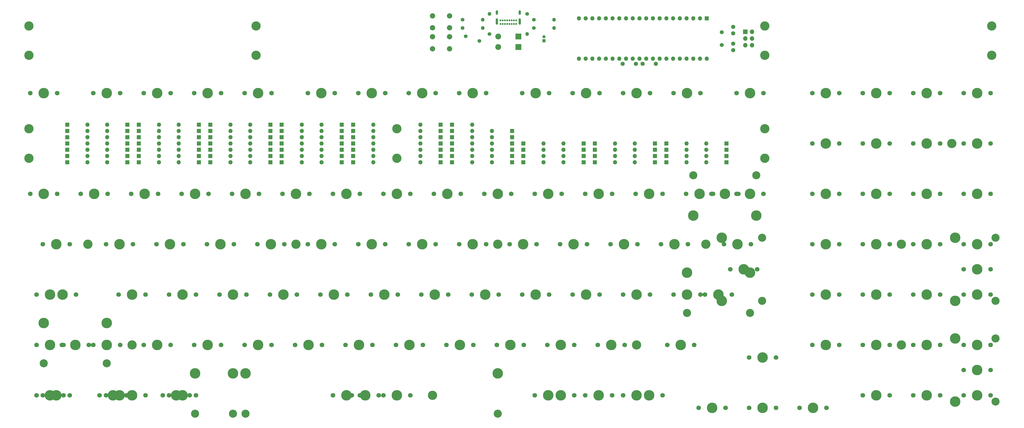
<source format=gbr>
%TF.GenerationSoftware,KiCad,Pcbnew,(6.0.0)*%
%TF.CreationDate,2022-02-26T22:27:28+01:00*%
%TF.ProjectId,pcb,7063622e-6b69-4636-9164-5f7063625858,rev?*%
%TF.SameCoordinates,Original*%
%TF.FileFunction,Soldermask,Top*%
%TF.FilePolarity,Negative*%
%FSLAX46Y46*%
G04 Gerber Fmt 4.6, Leading zero omitted, Abs format (unit mm)*
G04 Created by KiCad (PCBNEW (6.0.0)) date 2022-02-26 22:27:28*
%MOMM*%
%LPD*%
G01*
G04 APERTURE LIST*
%ADD10C,3.500001*%
%ADD11C,2.000000*%
%ADD12C,1.400000*%
%ADD13C,1.750000*%
%ADD14C,3.987800*%
%ADD15R,1.600000X1.600000*%
%ADD16O,1.600000X1.600000*%
%ADD17C,3.048000*%
%ADD18O,1.400000X1.400000*%
%ADD19C,1.500000*%
%ADD20R,1.700000X1.700000*%
%ADD21O,1.700000X1.700000*%
%ADD22C,1.600000*%
%ADD23R,2.200000X2.200000*%
%ADD24O,2.200000X2.200000*%
%ADD25C,0.700000*%
%ADD26O,0.900000X1.700000*%
%ADD27O,0.900000X2.400000*%
%ADD28R,1.200000X1.200000*%
%ADD29C,1.200000*%
G04 APERTURE END LIST*
D10*
%TO.C,MH2*%
X436562500Y-254000000D03*
%TD*%
%TO.C,MH2*%
X336550000Y-254000000D03*
%TD*%
%TO.C,MH2*%
X259556250Y-273050000D03*
%TD*%
%TO.C,MH2*%
X436562500Y-215900000D03*
%TD*%
%TO.C,MH2*%
X455612500Y-177800000D03*
%TD*%
%TO.C,MH2*%
X362743750Y-215900000D03*
%TD*%
%TO.C,MH2*%
X284162500Y-215900000D03*
%TD*%
%TO.C,MH2*%
X207962500Y-215900000D03*
%TD*%
%TO.C,MH2*%
X146050000Y-254000000D03*
%TD*%
%TO.C,MH2*%
X129381250Y-215900000D03*
%TD*%
%TO.C,MH2*%
X470693750Y-133350000D03*
%TD*%
%TO.C,MH2*%
X470693750Y-144462500D03*
%TD*%
%TO.C,MH2*%
X192881250Y-133350000D03*
%TD*%
%TO.C,MH2*%
X192881250Y-144462500D03*
%TD*%
%TO.C,MH2*%
X384968750Y-144462500D03*
%TD*%
%TO.C,MH2*%
X384968750Y-133350000D03*
%TD*%
%TO.C,MH2*%
X107156250Y-133350000D03*
%TD*%
%TO.C,MH2*%
X107156250Y-144462500D03*
%TD*%
D11*
%TO.C,SW124*%
X259481250Y-129512500D03*
X265981250Y-129512500D03*
X259481250Y-134012500D03*
X265981250Y-134012500D03*
%TD*%
D12*
%TO.C,F1*%
X272087500Y-137212500D03*
X277187500Y-139012500D03*
%TD*%
D13*
%TO.C,SW13*%
X350520000Y-158750000D03*
D14*
X355600000Y-158750000D03*
D13*
X360680000Y-158750000D03*
%TD*%
D15*
%TO.C,D106*%
X266858750Y-170656250D03*
D16*
X274478750Y-170656250D03*
%TD*%
D15*
%TO.C,D104*%
X289560000Y-182562500D03*
D16*
X281940000Y-182562500D03*
%TD*%
D14*
%TO.C,SW22*%
X465137500Y-177800000D03*
D13*
X460057500Y-177800000D03*
X470217500Y-177800000D03*
%TD*%
D14*
%TO.C,SW106*%
X303212500Y-273050000D03*
D13*
X298132500Y-273050000D03*
X308292500Y-273050000D03*
%TD*%
D14*
%TO.C,SW122*%
X246062500Y-273050000D03*
X284162500Y-264795000D03*
X188912500Y-264795000D03*
D13*
X240982500Y-273050000D03*
D17*
X188912500Y-280035000D03*
D13*
X251142500Y-273050000D03*
D17*
X284162500Y-280035000D03*
%TD*%
D15*
%TO.C,D14*%
X121602500Y-184943750D03*
D16*
X129222500Y-184943750D03*
%TD*%
D15*
%TO.C,D79*%
X262572500Y-182562500D03*
D16*
X254952500Y-182562500D03*
%TD*%
D15*
%TO.C,D75*%
X347821250Y-180181250D03*
D16*
X355441250Y-180181250D03*
%TD*%
D15*
%TO.C,D62*%
X225266250Y-182562500D03*
D16*
X217646250Y-182562500D03*
%TD*%
D13*
%TO.C,SW48*%
X212407500Y-215900000D03*
X222567500Y-215900000D03*
D14*
X217487500Y-215900000D03*
%TD*%
D10*
%TO.C,MH2*%
X246062500Y-183356250D03*
%TD*%
D15*
%TO.C,D30*%
X148590000Y-175418750D03*
D16*
X156210000Y-175418750D03*
%TD*%
D15*
%TO.C,D22*%
X316547500Y-184943750D03*
D16*
X308927500Y-184943750D03*
%TD*%
D15*
%TO.C,D31*%
X171291250Y-175418750D03*
D16*
X163671250Y-175418750D03*
%TD*%
D10*
%TO.C,MH2*%
X107156250Y-183356250D03*
%TD*%
D14*
%TO.C,SW82*%
X136525000Y-245745000D03*
X112712500Y-245745000D03*
D13*
X129698750Y-254000000D03*
D14*
X124618750Y-254000000D03*
D17*
X136525000Y-260985000D03*
D13*
X119538750Y-254000000D03*
D17*
X112712500Y-260985000D03*
%TD*%
D13*
%TO.C,SW47*%
X193357500Y-215900000D03*
D14*
X198437500Y-215900000D03*
D13*
X203517500Y-215900000D03*
%TD*%
D12*
%TO.C,R5*%
X297815000Y-130968750D03*
D18*
X305435000Y-130968750D03*
%TD*%
D13*
%TO.C,SW49*%
X241617500Y-215900000D03*
X231457500Y-215900000D03*
D14*
X236537500Y-215900000D03*
%TD*%
D10*
%TO.C,MH2*%
X384968750Y-172243750D03*
%TD*%
D15*
%TO.C,D102*%
X289560000Y-180181250D03*
D16*
X281940000Y-180181250D03*
%TD*%
D13*
%TO.C,SW108*%
X346392500Y-273050000D03*
D14*
X341312500Y-273050000D03*
D13*
X336232500Y-273050000D03*
%TD*%
%TO.C,SW7*%
X231457500Y-158750000D03*
X241617500Y-158750000D03*
D14*
X236537500Y-158750000D03*
%TD*%
D13*
%TO.C,SW102*%
X120173750Y-273050000D03*
D14*
X115093750Y-273050000D03*
D13*
X110013750Y-273050000D03*
%TD*%
D15*
%TO.C,D72*%
X225266250Y-170656250D03*
D16*
X217646250Y-170656250D03*
%TD*%
D15*
%TO.C,D27*%
X171291250Y-180181250D03*
D16*
X163671250Y-180181250D03*
%TD*%
D15*
%TO.C,D1*%
X144303750Y-170656250D03*
D16*
X136683750Y-170656250D03*
%TD*%
D14*
%TO.C,SW58*%
X427037500Y-215900000D03*
D13*
X432117500Y-215900000D03*
X421957500Y-215900000D03*
%TD*%
D15*
%TO.C,D84*%
X229552500Y-184943750D03*
D16*
X237172500Y-184943750D03*
%TD*%
D14*
%TO.C,SW113*%
X446087500Y-273050000D03*
D13*
X441007500Y-273050000D03*
X451167500Y-273050000D03*
%TD*%
D15*
%TO.C,D107*%
X289560000Y-173037500D03*
D16*
X281940000Y-173037500D03*
%TD*%
D14*
%TO.C,SW61*%
X456882500Y-237363000D03*
D13*
X460057500Y-225425000D03*
D14*
X465137500Y-225425000D03*
D17*
X472122500Y-213487000D03*
D13*
X470217500Y-225425000D03*
D17*
X472122500Y-237363000D03*
D14*
X456882500Y-213487000D03*
%TD*%
D13*
%TO.C,SW5*%
X198755000Y-158750000D03*
D14*
X193675000Y-158750000D03*
D13*
X188595000Y-158750000D03*
%TD*%
D15*
%TO.C,D3*%
X144303750Y-184943750D03*
D16*
X136683750Y-184943750D03*
%TD*%
D14*
%TO.C,SW111*%
X403225000Y-277812500D03*
D13*
X398145000Y-277812500D03*
X408305000Y-277812500D03*
%TD*%
D15*
%TO.C,D32*%
X148590000Y-177800000D03*
D16*
X156210000Y-177800000D03*
%TD*%
D13*
%TO.C,SW38*%
X384492500Y-196850000D03*
D14*
X379412500Y-196850000D03*
D13*
X374332500Y-196850000D03*
%TD*%
%TO.C,SW87*%
X217805000Y-254000000D03*
X207645000Y-254000000D03*
D14*
X212725000Y-254000000D03*
%TD*%
D13*
%TO.C,SW78*%
X441007500Y-234950000D03*
D14*
X446087500Y-234950000D03*
D13*
X451167500Y-234950000D03*
%TD*%
%TO.C,SW97*%
X421957500Y-254000000D03*
X432117500Y-254000000D03*
D14*
X427037500Y-254000000D03*
%TD*%
D12*
%TO.C,R3*%
X280987500Y-136366250D03*
D18*
X280987500Y-128746250D03*
%TD*%
D15*
%TO.C,D57*%
X343535000Y-180181250D03*
D16*
X335915000Y-180181250D03*
%TD*%
D15*
%TO.C,D103*%
X266858750Y-177800000D03*
D16*
X274478750Y-177800000D03*
%TD*%
D19*
%TO.C,Y1*%
X368756250Y-140562500D03*
X368756250Y-135682500D03*
%TD*%
D13*
%TO.C,SW32*%
X270192500Y-196850000D03*
X260032500Y-196850000D03*
D14*
X265112500Y-196850000D03*
%TD*%
D13*
%TO.C,SW86*%
X188595000Y-254000000D03*
D14*
X193675000Y-254000000D03*
D13*
X198755000Y-254000000D03*
%TD*%
D15*
%TO.C,D91*%
X370522500Y-177800000D03*
D16*
X362902500Y-177800000D03*
%TD*%
D13*
%TO.C,SW34*%
X298132500Y-196850000D03*
X308292500Y-196850000D03*
D14*
X303212500Y-196850000D03*
%TD*%
%TO.C,SW52*%
X293687500Y-215900000D03*
D13*
X288607500Y-215900000D03*
X298767500Y-215900000D03*
%TD*%
%TO.C,SW54*%
X336867500Y-215900000D03*
D14*
X331787500Y-215900000D03*
D13*
X326707500Y-215900000D03*
%TD*%
D15*
%TO.C,D82*%
X229552500Y-182562500D03*
D16*
X237172500Y-182562500D03*
%TD*%
D14*
%TO.C,SW20*%
X427037500Y-177800000D03*
D13*
X432117500Y-177800000D03*
X421957500Y-177800000D03*
%TD*%
%TO.C,SW15*%
X402907500Y-158750000D03*
X413067500Y-158750000D03*
D14*
X407987500Y-158750000D03*
%TD*%
D15*
%TO.C,D12*%
X121602500Y-182562500D03*
D16*
X129222500Y-182562500D03*
%TD*%
D13*
%TO.C,SW37*%
X364807500Y-196850000D03*
D14*
X369887500Y-196850000D03*
D13*
X374967500Y-196850000D03*
D14*
X357981250Y-205105000D03*
D17*
X357981250Y-189865000D03*
X381793750Y-189865000D03*
D14*
X381793750Y-205105000D03*
%TD*%
D15*
%TO.C,D93*%
X370522500Y-182562500D03*
D16*
X362902500Y-182562500D03*
%TD*%
D14*
%TO.C,SW3*%
X155575000Y-158750000D03*
D13*
X160655000Y-158750000D03*
X150495000Y-158750000D03*
%TD*%
D15*
%TO.C,D63*%
X202565000Y-182562500D03*
D16*
X210185000Y-182562500D03*
%TD*%
D15*
%TO.C,D86*%
X229552500Y-173037500D03*
D16*
X237172500Y-173037500D03*
%TD*%
D14*
%TO.C,SW30*%
X227012500Y-196850000D03*
D13*
X221932500Y-196850000D03*
X232092500Y-196850000D03*
%TD*%
D15*
%TO.C,D36*%
X148590000Y-182562500D03*
D16*
X156210000Y-182562500D03*
%TD*%
D14*
%TO.C,SW31*%
X246062500Y-196850000D03*
D13*
X240982500Y-196850000D03*
X251142500Y-196850000D03*
%TD*%
D15*
%TO.C,D8*%
X121602500Y-177800000D03*
D16*
X129222500Y-177800000D03*
%TD*%
D13*
%TO.C,SW69*%
X236220000Y-234950000D03*
X246380000Y-234950000D03*
D14*
X241300000Y-234950000D03*
%TD*%
D15*
%TO.C,D21*%
X316547500Y-182562500D03*
D16*
X308927500Y-182562500D03*
%TD*%
D15*
%TO.C,D80*%
X229552500Y-180181250D03*
D16*
X237172500Y-180181250D03*
%TD*%
D15*
%TO.C,D78*%
X229552500Y-177800000D03*
D16*
X237172500Y-177800000D03*
%TD*%
D14*
%TO.C,SW94*%
X353218750Y-254000000D03*
D13*
X358298750Y-254000000D03*
X348138750Y-254000000D03*
%TD*%
%TO.C,SW11*%
X322580000Y-158750000D03*
D14*
X317500000Y-158750000D03*
D13*
X312420000Y-158750000D03*
%TD*%
%TO.C,SW107*%
X327342500Y-273050000D03*
X317182500Y-273050000D03*
D14*
X322262500Y-273050000D03*
%TD*%
D15*
%TO.C,D96*%
X289560000Y-184943750D03*
D16*
X281940000Y-184943750D03*
%TD*%
D13*
%TO.C,SW116*%
X146367500Y-273050000D03*
X136207500Y-273050000D03*
D14*
X141287500Y-273050000D03*
%TD*%
%TO.C,SW95*%
X384175000Y-258762500D03*
D13*
X389255000Y-258762500D03*
X379095000Y-258762500D03*
%TD*%
%TO.C,SW51*%
X269557500Y-215900000D03*
D14*
X274637500Y-215900000D03*
D13*
X279717500Y-215900000D03*
%TD*%
%TO.C,SW45*%
X155257500Y-215900000D03*
D14*
X160337500Y-215900000D03*
D13*
X165417500Y-215900000D03*
%TD*%
D15*
%TO.C,D73*%
X347821250Y-184943750D03*
D16*
X355441250Y-184943750D03*
%TD*%
D13*
%TO.C,SW14*%
X384492500Y-158750000D03*
D14*
X379412500Y-158750000D03*
D13*
X374332500Y-158750000D03*
%TD*%
D15*
%TO.C,D88*%
X229552500Y-175418750D03*
D16*
X237172500Y-175418750D03*
%TD*%
D14*
%TO.C,SW35*%
X322262500Y-196850000D03*
D13*
X317182500Y-196850000D03*
X327342500Y-196850000D03*
%TD*%
%TO.C,SW41*%
X451167500Y-196850000D03*
X441007500Y-196850000D03*
D14*
X446087500Y-196850000D03*
%TD*%
D15*
%TO.C,D50*%
X198278750Y-175418750D03*
D16*
X190658750Y-175418750D03*
%TD*%
D14*
%TO.C,SW39*%
X407987500Y-196850000D03*
D13*
X402907500Y-196850000D03*
X413067500Y-196850000D03*
%TD*%
D20*
%TO.C,J2*%
X377656250Y-135587500D03*
D21*
X380196250Y-135587500D03*
X377656250Y-138127500D03*
X380196250Y-138127500D03*
X377656250Y-140667500D03*
X380196250Y-140667500D03*
%TD*%
D14*
%TO.C,SW85*%
X174625000Y-254000000D03*
D13*
X179705000Y-254000000D03*
X169545000Y-254000000D03*
%TD*%
D15*
%TO.C,D83*%
X262572500Y-177800000D03*
D16*
X254952500Y-177800000D03*
%TD*%
D14*
%TO.C,SW21*%
X446087500Y-177800000D03*
D13*
X451167500Y-177800000D03*
X441007500Y-177800000D03*
%TD*%
D15*
%TO.C,D9*%
X144303750Y-177800000D03*
D16*
X136683750Y-177800000D03*
%TD*%
D14*
%TO.C,SW93*%
X327025000Y-254000000D03*
D13*
X321945000Y-254000000D03*
X332105000Y-254000000D03*
%TD*%
%TO.C,SW71*%
X274320000Y-234950000D03*
X284480000Y-234950000D03*
D14*
X279400000Y-234950000D03*
%TD*%
D15*
%TO.C,D47*%
X175577500Y-170656250D03*
D16*
X183197500Y-170656250D03*
%TD*%
D14*
%TO.C,SW121*%
X146050000Y-273050000D03*
D13*
X151130000Y-273050000D03*
X140970000Y-273050000D03*
%TD*%
%TO.C,SW6*%
X222567500Y-158750000D03*
D14*
X217487500Y-158750000D03*
D13*
X212407500Y-158750000D03*
%TD*%
%TO.C,SW33*%
X279082500Y-196850000D03*
D14*
X284162500Y-196850000D03*
D13*
X289242500Y-196850000D03*
%TD*%
D22*
%TO.C,C4*%
X373062500Y-142537500D03*
X373062500Y-140037500D03*
%TD*%
D15*
%TO.C,U1*%
X363056250Y-130487500D03*
D16*
X360516250Y-130487500D03*
X357976250Y-130487500D03*
X355436250Y-130487500D03*
X352896250Y-130487500D03*
X350356250Y-130487500D03*
X347816250Y-130487500D03*
X345276250Y-130487500D03*
X342736250Y-130487500D03*
X340196250Y-130487500D03*
X337656250Y-130487500D03*
X335116250Y-130487500D03*
X332576250Y-130487500D03*
X330036250Y-130487500D03*
X327496250Y-130487500D03*
X324956250Y-130487500D03*
X322416250Y-130487500D03*
X319876250Y-130487500D03*
X317336250Y-130487500D03*
X314796250Y-130487500D03*
X314796250Y-145727500D03*
X317336250Y-145727500D03*
X319876250Y-145727500D03*
X322416250Y-145727500D03*
X324956250Y-145727500D03*
X327496250Y-145727500D03*
X330036250Y-145727500D03*
X332576250Y-145727500D03*
X335116250Y-145727500D03*
X337656250Y-145727500D03*
X340196250Y-145727500D03*
X342736250Y-145727500D03*
X345276250Y-145727500D03*
X347816250Y-145727500D03*
X350356250Y-145727500D03*
X352896250Y-145727500D03*
X355436250Y-145727500D03*
X357976250Y-145727500D03*
X360516250Y-145727500D03*
X363056250Y-145727500D03*
%TD*%
D13*
%TO.C,SW88*%
X226695000Y-254000000D03*
D14*
X231775000Y-254000000D03*
D13*
X236855000Y-254000000D03*
%TD*%
D15*
%TO.C,D74*%
X347821250Y-182562500D03*
D16*
X355441250Y-182562500D03*
%TD*%
D15*
%TO.C,D4*%
X121602500Y-173037500D03*
D16*
X129222500Y-173037500D03*
%TD*%
D14*
%TO.C,SW120*%
X336550000Y-273050000D03*
D13*
X341630000Y-273050000D03*
X331470000Y-273050000D03*
%TD*%
D14*
%TO.C,SW105*%
X184156350Y-264795000D03*
D17*
X284156150Y-280035000D03*
D13*
X229076250Y-273050000D03*
X239236250Y-273050000D03*
D14*
X284156150Y-264795000D03*
X234156250Y-273050000D03*
D17*
X184156350Y-280035000D03*
%TD*%
D13*
%TO.C,SW64*%
X140970000Y-234950000D03*
X151130000Y-234950000D03*
D14*
X146050000Y-234950000D03*
%TD*%
D13*
%TO.C,SW70*%
X255270000Y-234950000D03*
D14*
X260350000Y-234950000D03*
D13*
X265430000Y-234950000D03*
%TD*%
D15*
%TO.C,D100*%
X289560000Y-177800000D03*
D16*
X281940000Y-177800000D03*
%TD*%
D15*
%TO.C,D65*%
X202565000Y-184943750D03*
D16*
X210185000Y-184943750D03*
%TD*%
D14*
%TO.C,SW59*%
X446087500Y-215900000D03*
D13*
X441007500Y-215900000D03*
X451167500Y-215900000D03*
%TD*%
D14*
%TO.C,SW8*%
X255587500Y-158750000D03*
D13*
X250507500Y-158750000D03*
X260667500Y-158750000D03*
%TD*%
%TO.C,SW68*%
X217170000Y-234950000D03*
D14*
X222250000Y-234950000D03*
D13*
X227330000Y-234950000D03*
%TD*%
D15*
%TO.C,D70*%
X225266250Y-173037500D03*
D16*
X217646250Y-173037500D03*
%TD*%
D13*
%TO.C,SW73*%
X312420000Y-234950000D03*
D14*
X317500000Y-234950000D03*
D13*
X322580000Y-234950000D03*
%TD*%
D23*
%TO.C,D109*%
X291941250Y-137318750D03*
D24*
X284321250Y-137318750D03*
%TD*%
D13*
%TO.C,SW110*%
X389255000Y-277812500D03*
X379095000Y-277812500D03*
D14*
X384175000Y-277812500D03*
%TD*%
D12*
%TO.C,R4*%
X297815000Y-134143750D03*
D18*
X305435000Y-134143750D03*
%TD*%
D15*
%TO.C,D28*%
X148590000Y-173037500D03*
D16*
X156210000Y-173037500D03*
%TD*%
D14*
%TO.C,SW119*%
X307975000Y-273050000D03*
D13*
X302895000Y-273050000D03*
X313055000Y-273050000D03*
%TD*%
%TO.C,SW66*%
X179070000Y-234950000D03*
X189230000Y-234950000D03*
D14*
X184150000Y-234950000D03*
%TD*%
D15*
%TO.C,D71*%
X202565000Y-177800000D03*
D16*
X210185000Y-177800000D03*
%TD*%
D13*
%TO.C,SW53*%
X317817500Y-215900000D03*
D14*
X312737500Y-215900000D03*
D13*
X307657500Y-215900000D03*
%TD*%
D14*
%TO.C,SW80*%
X115093750Y-234950000D03*
D13*
X120173750Y-234950000D03*
X110013750Y-234950000D03*
%TD*%
D22*
%TO.C,C3*%
X331308129Y-147637500D03*
X336308129Y-147637500D03*
%TD*%
D13*
%TO.C,SW42*%
X460057500Y-196850000D03*
X470217500Y-196850000D03*
D14*
X465137500Y-196850000D03*
%TD*%
D15*
%TO.C,D77*%
X262572500Y-184943750D03*
D16*
X254952500Y-184943750D03*
%TD*%
D13*
%TO.C,SW18*%
X470217500Y-158750000D03*
D14*
X465137500Y-158750000D03*
D13*
X460057500Y-158750000D03*
%TD*%
D15*
%TO.C,D40*%
X320833750Y-180181250D03*
D16*
X328453750Y-180181250D03*
%TD*%
D13*
%TO.C,SW98*%
X441007500Y-254000000D03*
X451167500Y-254000000D03*
D14*
X446087500Y-254000000D03*
%TD*%
D25*
%TO.C,J1*%
X291106250Y-132612500D03*
X290256250Y-132612500D03*
X289406250Y-132612500D03*
X288556250Y-132612500D03*
X287706250Y-132612500D03*
X286856250Y-132612500D03*
X286006250Y-132612500D03*
X285156250Y-132612500D03*
X285156250Y-131262500D03*
X286006250Y-131262500D03*
X286856250Y-131262500D03*
X287706250Y-131262500D03*
X288556250Y-131262500D03*
X289406250Y-131262500D03*
X290256250Y-131262500D03*
X291106250Y-131262500D03*
D26*
X283806250Y-128252500D03*
D27*
X283806250Y-131632500D03*
X292456250Y-131632500D03*
D26*
X292456250Y-128252500D03*
%TD*%
D13*
%TO.C,SW77*%
X421957500Y-234950000D03*
X432117500Y-234950000D03*
D14*
X427037500Y-234950000D03*
%TD*%
D13*
%TO.C,SW76*%
X413067500Y-234950000D03*
X402907500Y-234950000D03*
D14*
X407987500Y-234950000D03*
%TD*%
D15*
%TO.C,D5*%
X144303750Y-182562500D03*
D16*
X136683750Y-182562500D03*
%TD*%
D14*
%TO.C,SW81*%
X355600000Y-234950000D03*
D13*
X350520000Y-234950000D03*
X360680000Y-234950000D03*
%TD*%
D10*
%TO.C,MH2*%
X384968750Y-183356250D03*
%TD*%
D13*
%TO.C,SW103*%
X143986250Y-273050000D03*
D14*
X138906250Y-273050000D03*
D13*
X133826250Y-273050000D03*
%TD*%
D15*
%TO.C,D48*%
X198278750Y-177800000D03*
D16*
X190658750Y-177800000D03*
%TD*%
D10*
%TO.C,MH2*%
X107156250Y-172243750D03*
%TD*%
D14*
%TO.C,SW27*%
X169862500Y-196850000D03*
D13*
X174942500Y-196850000D03*
X164782500Y-196850000D03*
%TD*%
%TO.C,SW60*%
X460057500Y-215900000D03*
X470217500Y-215900000D03*
D14*
X465137500Y-215900000D03*
%TD*%
D15*
%TO.C,D6*%
X121602500Y-175418750D03*
D16*
X129222500Y-175418750D03*
%TD*%
D15*
%TO.C,D25*%
X171291250Y-182562500D03*
D16*
X163671250Y-182562500D03*
%TD*%
D15*
%TO.C,D26*%
X148590000Y-170656250D03*
D16*
X156210000Y-170656250D03*
%TD*%
D13*
%TO.C,SW79*%
X470217500Y-234950000D03*
X460057500Y-234950000D03*
D14*
X465137500Y-234950000D03*
%TD*%
%TO.C,SW40*%
X427037500Y-196850000D03*
D13*
X421957500Y-196850000D03*
X432117500Y-196850000D03*
%TD*%
D15*
%TO.C,D56*%
X343535000Y-177800000D03*
D16*
X335915000Y-177800000D03*
%TD*%
D13*
%TO.C,SW92*%
X302895000Y-254000000D03*
D14*
X307975000Y-254000000D03*
D13*
X313055000Y-254000000D03*
%TD*%
D14*
%TO.C,SW83*%
X136525000Y-254000000D03*
D13*
X141605000Y-254000000D03*
X131445000Y-254000000D03*
%TD*%
%TO.C,SW36*%
X336232500Y-196850000D03*
D14*
X341312500Y-196850000D03*
D13*
X346392500Y-196850000D03*
%TD*%
D14*
%TO.C,SW1*%
X112712500Y-158750000D03*
D13*
X107632500Y-158750000D03*
X117792500Y-158750000D03*
%TD*%
%TO.C,SW10*%
X293370000Y-158750000D03*
X303530000Y-158750000D03*
D14*
X298450000Y-158750000D03*
%TD*%
D12*
%TO.C,R1*%
X295275000Y-128746250D03*
D18*
X295275000Y-136366250D03*
%TD*%
D15*
%TO.C,D87*%
X262572500Y-173037500D03*
D16*
X254952500Y-173037500D03*
%TD*%
D18*
%TO.C,R6*%
X278447500Y-130968750D03*
D12*
X270827500Y-130968750D03*
%TD*%
D15*
%TO.C,D11*%
X144303750Y-175418750D03*
D16*
X136683750Y-175418750D03*
%TD*%
D13*
%TO.C,SW2*%
X141605000Y-158750000D03*
X131445000Y-158750000D03*
D14*
X136525000Y-158750000D03*
%TD*%
D15*
%TO.C,D29*%
X171291250Y-177800000D03*
D16*
X163671250Y-177800000D03*
%TD*%
D11*
%TO.C,SW123*%
X265981250Y-137450000D03*
X259481250Y-137450000D03*
X265981250Y-141950000D03*
X259481250Y-141950000D03*
%TD*%
D15*
%TO.C,D92*%
X370522500Y-180181250D03*
D16*
X362902500Y-180181250D03*
%TD*%
D14*
%TO.C,SW74*%
X336550000Y-234950000D03*
D13*
X341630000Y-234950000D03*
X331470000Y-234950000D03*
%TD*%
D15*
%TO.C,D33*%
X171291250Y-173037500D03*
D16*
X163671250Y-173037500D03*
%TD*%
D15*
%TO.C,D81*%
X262572500Y-180181250D03*
D16*
X254952500Y-180181250D03*
%TD*%
D15*
%TO.C,D46*%
X198278750Y-180181250D03*
D16*
X190658750Y-180181250D03*
%TD*%
D14*
%TO.C,SW62*%
X377031250Y-225425000D03*
D17*
X384016250Y-237363000D03*
D13*
X371951250Y-225425000D03*
D17*
X384016250Y-213487000D03*
D14*
X368776250Y-237363000D03*
D13*
X382111250Y-225425000D03*
D14*
X368776250Y-213487000D03*
%TD*%
D13*
%TO.C,SW28*%
X183832500Y-196850000D03*
X193992500Y-196850000D03*
D14*
X188912500Y-196850000D03*
%TD*%
D15*
%TO.C,D97*%
X266858750Y-182562500D03*
D16*
X274478750Y-182562500D03*
%TD*%
D13*
%TO.C,SW115*%
X112395000Y-273050000D03*
X122555000Y-273050000D03*
D14*
X117475000Y-273050000D03*
%TD*%
D13*
%TO.C,SW12*%
X331470000Y-158750000D03*
X341630000Y-158750000D03*
D14*
X336550000Y-158750000D03*
%TD*%
%TO.C,SW104*%
X162718750Y-273050000D03*
D13*
X167798750Y-273050000D03*
X157638750Y-273050000D03*
%TD*%
D22*
%TO.C,C2*%
X338812500Y-147637500D03*
X343812500Y-147637500D03*
%TD*%
D15*
%TO.C,D17*%
X293846250Y-182562500D03*
D16*
X301466250Y-182562500D03*
%TD*%
D14*
%TO.C,SW43*%
X117475000Y-215900000D03*
D13*
X112395000Y-215900000D03*
X122555000Y-215900000D03*
%TD*%
%TO.C,SW101*%
X470217500Y-263525000D03*
D14*
X456882500Y-275463000D03*
D13*
X460057500Y-263525000D03*
D14*
X465137500Y-263525000D03*
D17*
X472122500Y-251587000D03*
X472122500Y-275463000D03*
D14*
X456882500Y-251587000D03*
%TD*%
D15*
%TO.C,D98*%
X266858750Y-180181250D03*
D16*
X274478750Y-180181250D03*
%TD*%
D15*
%TO.C,D15*%
X293846250Y-177800000D03*
D16*
X301466250Y-177800000D03*
%TD*%
D14*
%TO.C,SW44*%
X141287500Y-215900000D03*
D13*
X136207500Y-215900000D03*
X146367500Y-215900000D03*
%TD*%
%TO.C,SW24*%
X107632500Y-196850000D03*
D14*
X112712500Y-196850000D03*
D13*
X117792500Y-196850000D03*
%TD*%
D14*
%TO.C,SW117*%
X165100000Y-273050000D03*
D13*
X160020000Y-273050000D03*
X170180000Y-273050000D03*
%TD*%
D15*
%TO.C,D54*%
X198278750Y-170656250D03*
D16*
X190658750Y-170656250D03*
%TD*%
D13*
%TO.C,SW89*%
X255905000Y-254000000D03*
D14*
X250825000Y-254000000D03*
D13*
X245745000Y-254000000D03*
%TD*%
%TO.C,SW67*%
X208280000Y-234950000D03*
D14*
X203200000Y-234950000D03*
D13*
X198120000Y-234950000D03*
%TD*%
%TO.C,SW17*%
X451167500Y-158750000D03*
X441007500Y-158750000D03*
D14*
X446087500Y-158750000D03*
%TD*%
D15*
%TO.C,D51*%
X175577500Y-175418750D03*
D16*
X183197500Y-175418750D03*
%TD*%
D13*
%TO.C,SW26*%
X155892500Y-196850000D03*
X145732500Y-196850000D03*
D14*
X150812500Y-196850000D03*
%TD*%
D15*
%TO.C,D68*%
X225266250Y-175418750D03*
D16*
X217646250Y-175418750D03*
%TD*%
D14*
%TO.C,SW56*%
X374650000Y-215900000D03*
D13*
X369570000Y-215900000D03*
X379730000Y-215900000D03*
%TD*%
D15*
%TO.C,D99*%
X266858750Y-173037500D03*
D16*
X274478750Y-173037500D03*
%TD*%
D15*
%TO.C,D90*%
X229552500Y-170656250D03*
D16*
X237172500Y-170656250D03*
%TD*%
D15*
%TO.C,D94*%
X370522500Y-184943750D03*
D16*
X362902500Y-184943750D03*
%TD*%
D14*
%TO.C,SW90*%
X269875000Y-254000000D03*
D13*
X264795000Y-254000000D03*
X274955000Y-254000000D03*
%TD*%
%TO.C,SW63*%
X124936250Y-234950000D03*
X114776250Y-234950000D03*
D14*
X119856250Y-234950000D03*
%TD*%
D15*
%TO.C,D19*%
X316547500Y-177800000D03*
D16*
X308927500Y-177800000D03*
%TD*%
D13*
%TO.C,SW19*%
X402907500Y-177800000D03*
D14*
X407987500Y-177800000D03*
D13*
X413067500Y-177800000D03*
%TD*%
D15*
%TO.C,D95*%
X266858750Y-184943750D03*
D16*
X274478750Y-184943750D03*
%TD*%
D14*
%TO.C,SW50*%
X255587500Y-215900000D03*
D13*
X260667500Y-215900000D03*
X250507500Y-215900000D03*
%TD*%
D15*
%TO.C,D69*%
X202565000Y-175418750D03*
D16*
X210185000Y-175418750D03*
%TD*%
D15*
%TO.C,D23*%
X171291250Y-184943750D03*
D16*
X163671250Y-184943750D03*
%TD*%
D13*
%TO.C,SW25*%
X126682500Y-196850000D03*
D14*
X131762500Y-196850000D03*
D13*
X136842500Y-196850000D03*
%TD*%
%TO.C,SW57*%
X413067500Y-215900000D03*
D14*
X407987500Y-215900000D03*
D13*
X402907500Y-215900000D03*
%TD*%
D15*
%TO.C,D16*%
X293846250Y-180181250D03*
D16*
X301466250Y-180181250D03*
%TD*%
D15*
%TO.C,D35*%
X171291250Y-170656250D03*
D16*
X163671250Y-170656250D03*
%TD*%
D15*
%TO.C,D64*%
X225266250Y-180181250D03*
D16*
X217646250Y-180181250D03*
%TD*%
D15*
%TO.C,D66*%
X225266250Y-177800000D03*
D16*
X217646250Y-177800000D03*
%TD*%
D15*
%TO.C,D105*%
X289560000Y-175418750D03*
D16*
X281940000Y-175418750D03*
%TD*%
D17*
%TO.C,SW75*%
X379412500Y-241935000D03*
D13*
X372586250Y-234950000D03*
D17*
X355600000Y-241935000D03*
D13*
X362426250Y-234950000D03*
D14*
X379412500Y-226695000D03*
X367506250Y-234950000D03*
X355600000Y-226695000D03*
%TD*%
D13*
%TO.C,SW100*%
X120173750Y-254000000D03*
D14*
X115093750Y-254000000D03*
D13*
X110013750Y-254000000D03*
%TD*%
D15*
%TO.C,D49*%
X175577500Y-173037500D03*
D16*
X183197500Y-173037500D03*
%TD*%
D15*
%TO.C,D43*%
X175577500Y-184943750D03*
D16*
X183197500Y-184943750D03*
%TD*%
D15*
%TO.C,D58*%
X343535000Y-182562500D03*
D16*
X335915000Y-182562500D03*
%TD*%
D23*
%TO.C,D108*%
X291941250Y-141287500D03*
D24*
X284321250Y-141287500D03*
%TD*%
D15*
%TO.C,D7*%
X144303750Y-180181250D03*
D16*
X136683750Y-180181250D03*
%TD*%
D15*
%TO.C,D45*%
X175577500Y-182562500D03*
D16*
X183197500Y-182562500D03*
%TD*%
D15*
%TO.C,D42*%
X198278750Y-182562500D03*
D16*
X190658750Y-182562500D03*
%TD*%
D15*
%TO.C,D38*%
X320833750Y-184943750D03*
D16*
X328453750Y-184943750D03*
%TD*%
D15*
%TO.C,D59*%
X343535000Y-184943750D03*
D16*
X335915000Y-184943750D03*
%TD*%
D17*
%TO.C,SW118*%
X284162500Y-280035000D03*
D14*
X227012500Y-273050000D03*
X169862500Y-264795000D03*
X284162500Y-264795000D03*
D13*
X232092500Y-273050000D03*
X221932500Y-273050000D03*
D17*
X169862500Y-280035000D03*
%TD*%
D15*
%TO.C,D55*%
X175577500Y-180181250D03*
D16*
X183197500Y-180181250D03*
%TD*%
D13*
%TO.C,SW16*%
X421957500Y-158750000D03*
D14*
X427037500Y-158750000D03*
D13*
X432117500Y-158750000D03*
%TD*%
%TO.C,SW4*%
X169545000Y-158750000D03*
X179705000Y-158750000D03*
D14*
X174625000Y-158750000D03*
%TD*%
%TO.C,SW91*%
X288925000Y-254000000D03*
D13*
X283845000Y-254000000D03*
X294005000Y-254000000D03*
%TD*%
%TO.C,SW65*%
X160020000Y-234950000D03*
X170180000Y-234950000D03*
D14*
X165100000Y-234950000D03*
%TD*%
D10*
%TO.C,MH2*%
X246062500Y-172243750D03*
%TD*%
D15*
%TO.C,D10*%
X121602500Y-180181250D03*
D16*
X129222500Y-180181250D03*
%TD*%
D15*
%TO.C,D101*%
X266858750Y-175418750D03*
D16*
X274478750Y-175418750D03*
%TD*%
D13*
%TO.C,SW112*%
X432117500Y-273050000D03*
D14*
X427037500Y-273050000D03*
D13*
X421957500Y-273050000D03*
%TD*%
%TO.C,SW46*%
X174307500Y-215900000D03*
D14*
X179387500Y-215900000D03*
D13*
X184467500Y-215900000D03*
%TD*%
%TO.C,SW114*%
X460057500Y-273050000D03*
D14*
X465137500Y-273050000D03*
D13*
X470217500Y-273050000D03*
%TD*%
%TO.C,SW72*%
X293370000Y-234950000D03*
X303530000Y-234950000D03*
D14*
X298450000Y-234950000D03*
%TD*%
D15*
%TO.C,D52*%
X198278750Y-173037500D03*
D16*
X190658750Y-173037500D03*
%TD*%
D14*
%TO.C,SW9*%
X274637500Y-158750000D03*
D13*
X279717500Y-158750000D03*
X269557500Y-158750000D03*
%TD*%
D15*
%TO.C,D20*%
X316547500Y-180181250D03*
D16*
X308927500Y-180181250D03*
%TD*%
D15*
%TO.C,D53*%
X175577500Y-177800000D03*
D16*
X183197500Y-177800000D03*
%TD*%
D15*
%TO.C,D34*%
X148590000Y-180181250D03*
D16*
X156210000Y-180181250D03*
%TD*%
D22*
%TO.C,C5*%
X373062500Y-133687500D03*
X373062500Y-136187500D03*
%TD*%
D15*
%TO.C,D60*%
X225266250Y-184943750D03*
D16*
X217646250Y-184943750D03*
%TD*%
D15*
%TO.C,D18*%
X293846250Y-184943750D03*
D16*
X301466250Y-184943750D03*
%TD*%
D14*
%TO.C,SW23*%
X360362500Y-196850000D03*
D13*
X365442500Y-196850000D03*
X355282500Y-196850000D03*
%TD*%
D15*
%TO.C,D76*%
X347821250Y-177800000D03*
D16*
X355441250Y-177800000D03*
%TD*%
D15*
%TO.C,D24*%
X148590000Y-184943750D03*
D16*
X156210000Y-184943750D03*
%TD*%
D28*
%TO.C,C1*%
X301625000Y-138906250D03*
D29*
X301625000Y-137406250D03*
%TD*%
D15*
%TO.C,D41*%
X320833750Y-177800000D03*
D16*
X328453750Y-177800000D03*
%TD*%
D15*
%TO.C,D39*%
X320833750Y-182562500D03*
D16*
X328453750Y-182562500D03*
%TD*%
D14*
%TO.C,SW109*%
X365125000Y-277812500D03*
D13*
X370205000Y-277812500D03*
X360045000Y-277812500D03*
%TD*%
D15*
%TO.C,D44*%
X198278750Y-184943750D03*
D16*
X190658750Y-184943750D03*
%TD*%
D12*
%TO.C,R2*%
X270827500Y-134143750D03*
D18*
X278447500Y-134143750D03*
%TD*%
D13*
%TO.C,SW55*%
X355917500Y-215900000D03*
X345757500Y-215900000D03*
D14*
X350837500Y-215900000D03*
%TD*%
D15*
%TO.C,D2*%
X121602500Y-170656250D03*
D16*
X129222500Y-170656250D03*
%TD*%
D15*
%TO.C,D85*%
X262572500Y-175418750D03*
D16*
X254952500Y-175418750D03*
%TD*%
D13*
%TO.C,SW96*%
X413067500Y-254000000D03*
D14*
X407987500Y-254000000D03*
D13*
X402907500Y-254000000D03*
%TD*%
%TO.C,SW29*%
X202882500Y-196850000D03*
D14*
X207962500Y-196850000D03*
D13*
X213042500Y-196850000D03*
%TD*%
D15*
%TO.C,D89*%
X262572500Y-170656250D03*
D16*
X254952500Y-170656250D03*
%TD*%
D13*
%TO.C,SW99*%
X460057500Y-254000000D03*
D14*
X465137500Y-254000000D03*
D13*
X470217500Y-254000000D03*
%TD*%
D15*
%TO.C,D37*%
X202565000Y-170656250D03*
D16*
X210185000Y-170656250D03*
%TD*%
D15*
%TO.C,D61*%
X202565000Y-180181250D03*
D16*
X210185000Y-180181250D03*
%TD*%
D13*
%TO.C,SW84*%
X150495000Y-254000000D03*
D14*
X155575000Y-254000000D03*
D13*
X160655000Y-254000000D03*
%TD*%
D15*
%TO.C,D13*%
X144303750Y-173037500D03*
D16*
X136683750Y-173037500D03*
%TD*%
D15*
%TO.C,D67*%
X202565000Y-173037500D03*
D16*
X210185000Y-173037500D03*
%TD*%
M02*

</source>
